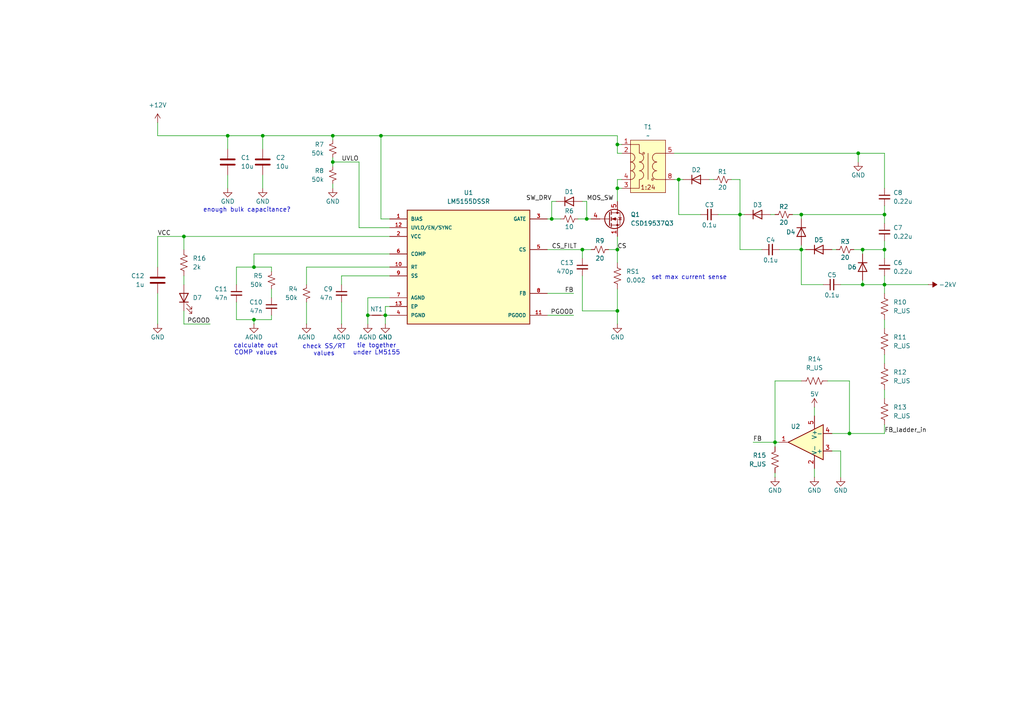
<source format=kicad_sch>
(kicad_sch (version 20250114) (generator "eeschema") (generator_version "9.0")
  (paper "A4")
  (lib_symbols
    (symbol "Amplifier_Operational:TLV2371DBV" (pin_names (offset 0.127))
      (property "Reference" "U2" (at -5.6581 10.16 0))
      (property "Value" "TLV314QDBVR" (at -5.6581 7.62 0))
      (symbol "TLV2371DBV_0_1"
        (polyline (pts (xy -5.08 5.08) (xy 5.08 0) (xy -5.08 -5.08) (xy -5.08 5.08)) (stroke (width 0.254)) (fill (type background)))
        (pin power_in line (at -2.54 7.62 270) (length 3.81) (name "V+") (number "5"))
        (pin power_in line (at -2.54 -7.62 90) (length 3.81) (name "V-") (number "2"))
      )
      (symbol "TLV2371DBV_1_1"
        (pin input line (at -7.62 2.54 0) (length 2.54) (name "-") (number "4"))
        (pin input line (at -7.62 -2.54 0) (length 2.54) (name "+") (number "3"))
        (pin output line (at 7.62 0 180) (length 2.54) (name "~") (number "1"))
      )
    )
    (symbol "Device:C" (pin_numbers (hide yes)) (pin_names (offset 0.254))
      (property "Reference" "C" (at 0.635 2.54 0))
      (property "Value" "C" (at 0.635 -2.54 0))
      (symbol "C_0_1"
        (polyline (pts (xy -2.032 0.762) (xy 2.032 0.762)) (stroke (width 0.508)))
        (polyline (pts (xy -2.032 -0.762) (xy 2.032 -0.762)) (stroke (width 0.508)))
      )
      (symbol "C_1_1"
        (pin passive line (at 0 3.81 270) (length 2.794) (name "~") (number "1"))
        (pin passive line (at 0 -3.81 90) (length 2.794) (name "~") (number "2"))
      )
    )
    (symbol "Device:C_Small" (pin_numbers (hide yes)) (pin_names (offset 0.254) (hide yes))
      (property "Reference" "C" (at 0.254 1.778 0))
      (property "Value" "C_Small" (at 0.254 -2.032 0))
      (symbol "C_Small_0_1"
        (polyline (pts (xy -1.524 0.508) (xy 1.524 0.508)) (stroke (width 0.3048)))
        (polyline (pts (xy -1.524 -0.508) (xy 1.524 -0.508)) (stroke (width 0.3302)))
      )
      (symbol "C_Small_1_1"
        (pin passive line (at 0 2.54 270) (length 2.032) (name "~") (number "1"))
        (pin passive line (at 0 -2.54 90) (length 2.032) (name "~") (number "2"))
      )
    )
    (symbol "Device:D" (pin_numbers (hide yes)) (pin_names (offset 1.016) (hide yes))
      (property "Reference" "D" (at 0 2.54 0))
      (property "Value" "D" (at 0 -2.54 0))
      (symbol "D_0_1"
        (polyline (pts (xy -1.27 1.27) (xy -1.27 -1.27)) (stroke (width 0.254)))
        (polyline (pts (xy 1.27 1.27) (xy 1.27 -1.27) (xy -1.27 0) (xy 1.27 1.27)) (stroke (width 0.254)))
        (polyline (pts (xy 1.27 0) (xy -1.27 0)))
      )
      (symbol "D_1_1"
        (pin passive line (at -3.81 0 0) (length 2.54) (name "K") (number "1"))
        (pin passive line (at 3.81 0 180) (length 2.54) (name "A") (number "2"))
      )
    )
    (symbol "Device:LED" (pin_numbers (hide yes)) (pin_names (offset 1.016) (hide yes))
      (property "Reference" "D" (at 0 2.54 0))
      (property "Value" "LED" (at 0 -2.54 0))
      (symbol "LED_0_1"
        (polyline (pts (xy -3.048 -0.762) (xy -4.572 -2.286) (xy -3.81 -2.286) (xy -4.572 -2.286) (xy -4.572 -1.524)))
        (polyline (pts (xy -1.778 -0.762) (xy -3.302 -2.286) (xy -2.54 -2.286) (xy -3.302 -2.286) (xy -3.302 -1.524)))
        (polyline (pts (xy -1.27 0) (xy 1.27 0)))
        (polyline (pts (xy -1.27 -1.27) (xy -1.27 1.27)) (stroke (width 0.254)))
        (polyline (pts (xy 1.27 -1.27) (xy 1.27 1.27) (xy -1.27 0) (xy 1.27 -1.27)) (stroke (width 0.254)))
      )
      (symbol "LED_1_1"
        (pin passive line (at -3.81 0 0) (length 2.54) (name "K") (number "1"))
        (pin passive line (at 3.81 0 180) (length 2.54) (name "A") (number "2"))
      )
    )
    (symbol "Device:NetTie_2" (pin_numbers (hide yes)) (pin_names (offset 0) (hide yes)) (in_bom no)
      (property "Reference" "NT" (at 0 1.27 0))
      (property "Value" "NetTie_2" (at 0 -1.27 0))
      (symbol "NetTie_2_0_1"
        (polyline (pts (xy -1.27 0) (xy 1.27 0)) (stroke (width 0.254)))
      )
      (symbol "NetTie_2_1_1"
        (pin passive line (at -2.54 0 0) (length 2.54) (name "1") (number "1"))
        (pin passive line (at 2.54 0 180) (length 2.54) (name "2") (number "2"))
      )
    )
    (symbol "Device:R_Small_US" (pin_numbers (hide yes)) (pin_names (offset 0.254) (hide yes))
      (property "Reference" "R" (at 0.762 0.508 0))
      (property "Value" "R_Small_US" (at 0.762 -1.016 0))
      (symbol "R_Small_US_1_1"
        (polyline (pts (xy 0 1.524) (xy 1.016 1.143) (xy 0 0.762) (xy -1.016 0.381) (xy 0 0)))
        (polyline (pts (xy 0 0) (xy 1.016 -0.381) (xy 0 -0.762) (xy -1.016 -1.143) (xy 0 -1.524)))
        (pin passive line (at 0 2.54 270) (length 1.016) (name "~") (number "1"))
        (pin passive line (at 0 -2.54 90) (length 1.016) (name "~") (number "2"))
      )
    )
    (symbol "Device:R_US" (pin_numbers (hide yes)) (pin_names (offset 0))
      (property "Reference" "R" (at 2.54 0 90))
      (property "Value" "R_US" (at -2.54 0 90))
      (symbol "R_US_0_1"
        (polyline (pts (xy 0 2.286) (xy 0 2.54)))
        (polyline (pts (xy 0 2.286) (xy 1.016 1.905) (xy 0 1.524) (xy -1.016 1.143) (xy 0 0.762)))
        (polyline (pts (xy 0 0.762) (xy 1.016 0.381) (xy 0 0) (xy -1.016 -0.381) (xy 0 -0.762)))
        (polyline (pts (xy 0 -0.762) (xy 1.016 -1.143) (xy 0 -1.524) (xy -1.016 -1.905) (xy 0 -2.286)))
        (polyline (pts (xy 0 -2.286) (xy 0 -2.54)))
      )
      (symbol "R_US_1_1"
        (pin passive line (at 0 3.81 270) (length 1.27) (name "~") (number "1"))
        (pin passive line (at 0 -3.81 90) (length 1.27) (name "~") (number "2"))
      )
    )
    (symbol "LM5155DSSR:LM5155DSSR" (pin_names (offset 1.016))
      (property "Reference" "U1" (at 0 20.32 0))
      (property "Value" "LM5155DSSR" (at 0 17.78 0))
      (symbol "LM5155DSSR_0_0"
        (rectangle (start -17.78 15.24) (end 17.78 -17.78) (stroke (width 0.254)) (fill (type background)))
        (pin power_in line (at -22.86 12.7 0) (length 5.08) (name "BIAS") (number "1"))
        (pin input line (at -22.86 10.16 0) (length 5.08) (name "UVLO/EN/SYNC") (number "12"))
        (pin power_in line (at -22.86 7.62 0) (length 5.08) (name "VCC") (number "2"))
        (pin output line (at -22.86 2.54 0) (length 5.08) (name "COMP") (number "6"))
        (pin input line (at -22.86 -1.27 0) (length 5.08) (name "RT") (number "10"))
        (pin input line (at -22.86 -3.81 0) (length 5.08) (name "SS") (number "9"))
        (pin power_in line (at -22.86 -10.16 0) (length 5.08) (name "AGND") (number "7"))
        (pin power_in line (at -22.86 -12.7 0) (length 5.08) (name "EP") (number "13"))
        (pin power_in line (at -22.86 -15.24 0) (length 5.08) (name "PGND") (number "4"))
        (pin output line (at 22.86 12.7 180) (length 5.08) (name "GATE") (number "3"))
        (pin input line (at 22.86 3.81 180) (length 5.08) (name "CS") (number "5"))
        (pin input line (at 22.86 -8.89 180) (length 5.08) (name "FB") (number "8"))
        (pin output line (at 22.86 -15.24 180) (length 5.08) (name "PGOOD") (number "11"))
      )
    )
    (symbol "Transistor_FET:CSD19537Q3" (pin_names (hide yes))
      (property "Reference" "Q" (at 5.08 1.905 0))
      (property "Value" "CSD19537Q3" (at 5.08 0 0))
      (symbol "CSD19537Q3_0_1"
        (polyline (pts (xy 0.254 1.905) (xy 0.254 -1.905)) (stroke (width 0.254)))
        (polyline (pts (xy 0.254 0) (xy -2.54 0)))
        (polyline (pts (xy 0.762 2.286) (xy 0.762 1.27)) (stroke (width 0.254)))
        (polyline (pts (xy 0.762 0.508) (xy 0.762 -0.508)) (stroke (width 0.254)))
        (polyline (pts (xy 0.762 -1.27) (xy 0.762 -2.286)) (stroke (width 0.254)))
        (polyline (pts (xy 0.762 -1.778) (xy 3.302 -1.778) (xy 3.302 1.778) (xy 0.762 1.778)))
        (polyline (pts (xy 1.016 0) (xy 2.032 0.381) (xy 2.032 -0.381) (xy 1.016 0)) (fill (type outline)))
        (circle (center 1.651 0) (radius 2.794) (stroke (width 0.254)))
        (polyline (pts (xy 2.54 2.54) (xy 2.54 1.778)))
        (circle (center 2.54 1.778) (radius 0.254) (fill (type outline)))
        (circle (center 2.54 -1.778) (radius 0.254) (fill (type outline)))
        (polyline (pts (xy 2.54 -2.54) (xy 2.54 0) (xy 0.762 0)))
        (polyline (pts (xy 2.794 0.508) (xy 2.921 0.381) (xy 3.683 0.381) (xy 3.81 0.254)))
        (polyline (pts (xy 3.302 0.381) (xy 2.921 -0.254) (xy 3.683 -0.254) (xy 3.302 0.381)))
      )
      (symbol "CSD19537Q3_1_1"
        (pin passive line (at -5.08 0 0) (length 2.54) (name "G") (number "4"))
        (pin passive line (at 2.54 5.08 270) (length 2.54) (name "D") (number "5"))
        (pin passive line (at 2.54 -5.08 90) (length 2.54) (name "S") (number "1"))
        (pin passive line (at 2.54 -5.08 90) (length 2.54) (hide yes) (name "S") (number "2"))
        (pin passive line (at 2.54 -5.08 90) (length 2.54) (hide yes) (name "S") (number "3"))
      )
    )
    (symbol "coilcraft:NA5920-AL"
      (property "Reference" "T" (at -4.064 8.636 0))
      (symbol "NA5920-AL_0_1"
        (arc (start -3.8099 2.5399) (mid -4.1819 1.6419) (end -5.0799 1.2699))
        (arc (start -5.0799 3.8099) (mid -4.1819 3.4379) (end -3.8099 2.5399))
        (arc (start -3.8098 -0.0002) (mid -4.1818 -0.8982) (end -5.0798 -1.2702))
        (arc (start -5.0798 1.2698) (mid -4.1818 0.8978) (end -3.8098 -0.0002))
        (arc (start -3.8098 -2.5402) (mid -4.1818 -3.4382) (end -5.0798 -3.8102))
        (arc (start -5.0798 -1.2702) (mid -4.1818 -1.6422) (end -3.8098 -2.5402))
        (arc (start -1.27 2.54) (mid -1.642 1.642) (end -2.54 1.27))
        (arc (start -2.54 3.81) (mid -1.642 3.438) (end -1.27 2.54))
        (polyline (pts (xy -2.54 3.81) (xy -2.54 6.35) (xy -5.08 6.35)))
        (arc (start -1.2699 -0.0001) (mid -1.6419 -0.8981) (end -2.5399 -1.2701))
        (arc (start -2.5399 1.2699) (mid -1.6419 0.8979) (end -1.2699 -0.0001))
        (arc (start -1.2699 -2.5401) (mid -1.6419 -3.4381) (end -2.5399 -3.8101))
        (arc (start -2.5399 -1.2701) (mid -1.6419 -1.6421) (end -1.2699 -2.5401))
        (polyline (pts (xy -2.54 -3.81) (xy -2.54 -6.35) (xy -5.08 -6.35)))
        (circle (center -1.27 3.81) (radius 0.254))
        (polyline (pts (xy 0 3.81) (xy 0 -3.81)))
        (circle (center 1.27 -3.81) (radius 0.254))
        (polyline (pts (xy 2.54 3.81) (xy 5.08 3.81)))
        (arc (start 1.2698 2.5402) (mid 1.6418 3.4382) (end 2.5398 3.8102))
        (arc (start 2.5398 1.2702) (mid 1.6418 1.6422) (end 1.2698 2.5402))
        (arc (start 1.2698 0.0002) (mid 1.6418 0.8982) (end 2.5398 1.2702))
        (arc (start 2.5398 -1.2698) (mid 1.6418 -0.8978) (end 1.2698 0.0002))
        (arc (start 1.2699 -2.5399) (mid 1.6419 -1.6419) (end 2.5399 -1.2699))
        (arc (start 2.5399 -3.8099) (mid 1.6419 -3.4379) (end 1.2699 -2.5399))
        (polyline (pts (xy 2.54 -3.81) (xy 5.08 -3.81)))
      )
      (symbol "NA5920-AL_1_1"
        (rectangle (start -5.08 7.62) (end 5.08 -7.62) (fill (type background)))
        (text "1:24" (at 0 -6.096 0) (effects (font (size 1.27 1.27))))
        (pin passive line (at -7.62 6.35 0) (length 2.54) (name "") (number "1"))
        (pin passive line (at -7.62 3.81 0) (length 2.54) (name "") (number "2"))
        (pin passive line (at -7.62 -3.81 0) (length 2.54) (name "") (number "4"))
        (pin passive line (at -7.62 -6.35 0) (length 2.54) (name "") (number "3"))
        (pin passive line (at 7.62 3.81 180) (length 2.54) (name "") (number "5"))
        (pin passive line (at 7.62 -3.81 180) (length 2.54) (name "") (number "8"))
      )
    )
    (symbol "power:+12V" (power) (pin_numbers (hide yes)) (pin_names (offset 0) (hide yes))
      (property "Value" "+12V" (at 0 3.556 0))
      (symbol "+12V_0_1"
        (polyline (pts (xy -0.762 1.27) (xy 0 2.54)))
        (polyline (pts (xy 0 2.54) (xy 0.762 1.27)))
        (polyline (pts (xy 0 0) (xy 0 2.54)))
      )
      (symbol "+12V_1_1"
        (pin power_in line (at 0 0 90) (length 0) (name "~") (number "1"))
      )
    )
    (symbol "power:-48V" (power) (pin_numbers (hide yes)) (pin_names (offset 0) (hide yes))
      (property "Value" "-48V" (at 0 3.556 0))
      (symbol "-48V_0_0"
        (pin power_in line (at 0 0 90) (length 0) (name "~") (number "1"))
      )
      (symbol "-48V_0_1"
        (polyline (pts (xy 0 0) (xy 0 1.27) (xy 0.762 1.27) (xy 0 2.54) (xy -0.762 1.27) (xy 0 1.27)) (fill (type outline)))
      )
    )
    (symbol "power:GND" (power) (pin_numbers (hide yes)) (pin_names (offset 0) (hide yes))
      (property "Value" "GND" (at 0 -3.81 0))
      (symbol "GND_0_1"
        (polyline (pts (xy 0 0) (xy 0 -1.27) (xy 1.27 -1.27) (xy 0 -2.54) (xy -1.27 -1.27) (xy 0 -1.27)))
      )
      (symbol "GND_1_1"
        (pin power_in line (at 0 0 270) (length 0) (name "~") (number "1"))
      )
    )
    (symbol "power:GNDA" (power) (pin_numbers (hide yes)) (pin_names (offset 0) (hide yes))
      (property "Value" "GNDA" (at 0 -3.81 0))
      (symbol "GNDA_0_1"
        (polyline (pts (xy 0 0) (xy 0 -1.27) (xy 1.27 -1.27) (xy 0 -2.54) (xy -1.27 -1.27) (xy 0 -1.27)))
      )
      (symbol "GNDA_1_1"
        (pin power_in line (at 0 0 270) (length 0) (name "~") (number "1"))
      )
    )
    (symbol "power:VCC" (power) (pin_numbers (hide yes)) (pin_names (offset 0) (hide yes))
      (property "Value" "VCC" (at 0 3.556 0))
      (symbol "VCC_0_1"
        (polyline (pts (xy -0.762 1.27) (xy 0 2.54)))
        (polyline (pts (xy 0 2.54) (xy 0.762 1.27)))
        (polyline (pts (xy 0 0) (xy 0 2.54)))
      )
      (symbol "VCC_1_1"
        (pin power_in line (at 0 0 90) (length 0) (name "~") (number "1"))
      )
    )
  )
  (text "check SS/RT\nvalues" (at 93.98 101.6 0) (effects (font (size 1.27 1.27))))
  (text "calculate out\nCOMP values" (at 74.168 101.346 0) (effects (font (size 1.27 1.27))))
  (text "enough bulk capacitance?" (at 71.628 60.96 0) (effects (font (size 1.27 1.27))))
  (text "set max current sense" (at 199.898 80.518 0) (effects (font (size 1.27 1.27))))
  (text "tie together\nunder LM5155" (at 109.22 101.346 0) (effects (font (size 1.27 1.27))))
  (junction (at 96.52 46.99))
  (junction (at 246.38 125.73))
  (junction (at 179.07 41.91))
  (junction (at 110.49 39.37))
  (junction (at 170.18 63.5))
  (junction (at 73.66 92.71))
  (junction (at 196.85 52.07))
  (junction (at 214.63 62.23))
  (junction (at 73.66 77.47))
  (junction (at 256.54 72.39))
  (junction (at 76.2 39.37))
  (junction (at 160.02 63.5))
  (junction (at 224.79 128.27))
  (junction (at 53.34 68.58))
  (junction (at 96.52 39.37))
  (junction (at 256.54 62.23))
  (junction (at 256.54 82.55))
  (junction (at 179.07 72.39))
  (junction (at 168.91 72.39))
  (junction (at 179.07 54.61))
  (junction (at 106.68 91.44))
  (junction (at 250.19 72.39))
  (junction (at 66.04 39.37))
  (junction (at 179.07 90.17))
  (junction (at 232.41 72.39))
  (junction (at 111.76 91.44))
  (junction (at 248.92 44.45))
  (junction (at 232.41 62.23))
  (junction (at 250.19 82.55))
  (wire (pts (xy 180.34 54.61) (xy 179.07 54.61)))
  (wire (pts (xy 96.52 39.37) (xy 110.49 39.37)))
  (wire (pts (xy 224.79 128.27) (xy 224.79 129.54)))
  (wire (pts (xy 66.04 50.8) (xy 66.04 54.61)))
  (wire (pts (xy 66.04 39.37) (xy 76.2 39.37)))
  (wire (pts (xy 73.66 92.71) (xy 78.74 92.71)))
  (wire (pts (xy 224.79 128.27) (xy 226.06 128.27)))
  (wire (pts (xy 170.18 63.5) (xy 171.45 63.5)))
  (wire (pts (xy 179.07 68.58) (xy 179.07 72.39)))
  (wire (pts (xy 45.72 39.37) (xy 66.04 39.37)))
  (wire (pts (xy 214.63 62.23) (xy 214.63 72.39)))
  (wire (pts (xy 104.14 46.99) (xy 104.14 66.04)))
  (wire (pts (xy 232.41 62.23) (xy 232.41 63.5)))
  (wire (pts (xy 179.07 39.37) (xy 179.07 41.91)))
  (wire (pts (xy 179.07 72.39) (xy 179.07 76.2)))
  (wire (pts (xy 248.92 44.45) (xy 256.54 44.45)))
  (wire (pts (xy 99.06 87.63) (xy 99.06 93.98)))
  (wire (pts (xy 68.58 92.71) (xy 73.66 92.71)))
  (wire (pts (xy 106.68 86.36) (xy 106.68 91.44)))
  (wire (pts (xy 208.28 62.23) (xy 214.63 62.23)))
  (wire (pts (xy 168.91 72.39) (xy 168.91 74.93)))
  (wire (pts (xy 96.52 53.34) (xy 96.52 54.61)))
  (wire (pts (xy 179.07 54.61) (xy 179.07 58.42)))
  (wire (pts (xy 78.74 83.82) (xy 78.74 86.36)))
  (wire (pts (xy 179.07 44.45) (xy 180.34 44.45)))
  (wire (pts (xy 214.63 72.39) (xy 220.98 72.39)))
  (wire (pts (xy 195.58 52.07) (xy 196.85 52.07)))
  (wire (pts (xy 214.63 52.07) (xy 214.63 62.23)))
  (wire (pts (xy 168.91 72.39) (xy 171.45 72.39)))
  (wire (pts (xy 88.9 77.47) (xy 88.9 82.55)))
  (wire (pts (xy 176.53 72.39) (xy 179.07 72.39)))
  (wire (pts (xy 66.04 39.37) (xy 66.04 43.18)))
  (wire (pts (xy 232.41 72.39) (xy 232.41 71.12)))
  (wire (pts (xy 179.07 83.82) (xy 179.07 90.17)))
  (wire (pts (xy 232.41 82.55) (xy 238.76 82.55)))
  (wire (pts (xy 158.75 63.5) (xy 160.02 63.5)))
  (wire (pts (xy 232.41 110.49) (xy 224.79 110.49)))
  (wire (pts (xy 113.03 80.01) (xy 99.06 80.01)))
  (wire (pts (xy 212.09 52.07) (xy 214.63 52.07)))
  (wire (pts (xy 68.58 82.55) (xy 68.58 77.47)))
  (wire (pts (xy 232.41 62.23) (xy 256.54 62.23)))
  (wire (pts (xy 256.54 62.23) (xy 256.54 64.77)))
  (wire (pts (xy 96.52 39.37) (xy 96.52 40.64)))
  (wire (pts (xy 243.84 82.55) (xy 250.19 82.55)))
  (wire (pts (xy 226.06 72.39) (xy 232.41 72.39)))
  (wire (pts (xy 113.03 86.36) (xy 106.68 86.36)))
  (wire (pts (xy 240.03 110.49) (xy 246.38 110.49)))
  (wire (pts (xy 106.68 91.44) (xy 106.68 93.98)))
  (wire (pts (xy 256.54 92.71) (xy 256.54 95.25)))
  (wire (pts (xy 45.72 68.58) (xy 53.34 68.58)))
  (wire (pts (xy 158.75 85.09) (xy 166.37 85.09)))
  (wire (pts (xy 246.38 125.73) (xy 256.54 125.73)))
  (wire (pts (xy 256.54 113.03) (xy 256.54 115.57)))
  (wire (pts (xy 110.49 39.37) (xy 110.49 63.5)))
  (wire (pts (xy 53.34 68.58) (xy 53.34 72.39)))
  (wire (pts (xy 224.79 137.16) (xy 224.79 138.43)))
  (wire (pts (xy 256.54 102.87) (xy 256.54 105.41)))
  (wire (pts (xy 256.54 72.39) (xy 256.54 74.93)))
  (wire (pts (xy 96.52 46.99) (xy 96.52 48.26)))
  (wire (pts (xy 196.85 52.07) (xy 196.85 62.23)))
  (wire (pts (xy 232.41 72.39) (xy 232.41 82.55)))
  (wire (pts (xy 236.22 118.11) (xy 236.22 120.65)))
  (wire (pts (xy 179.07 54.61) (xy 179.07 52.07)))
  (wire (pts (xy 250.19 82.55) (xy 256.54 82.55)))
  (wire (pts (xy 229.87 62.23) (xy 232.41 62.23)))
  (wire (pts (xy 158.75 72.39) (xy 168.91 72.39)))
  (wire (pts (xy 250.19 72.39) (xy 256.54 72.39)))
  (wire (pts (xy 195.58 44.45) (xy 248.92 44.45)))
  (wire (pts (xy 88.9 87.63) (xy 88.9 93.98)))
  (wire (pts (xy 73.66 92.71) (xy 73.66 93.98)))
  (wire (pts (xy 179.07 90.17) (xy 179.07 93.98)))
  (wire (pts (xy 110.49 39.37) (xy 179.07 39.37)))
  (wire (pts (xy 269.24 82.55) (xy 256.54 82.55)))
  (wire (pts (xy 256.54 80.01) (xy 256.54 82.55)))
  (wire (pts (xy 214.63 62.23) (xy 215.9 62.23)))
  (wire (pts (xy 256.54 125.73) (xy 256.54 123.19)))
  (wire (pts (xy 160.02 63.5) (xy 162.56 63.5)))
  (wire (pts (xy 110.49 63.5) (xy 113.03 63.5)))
  (wire (pts (xy 113.03 88.9) (xy 111.76 88.9)))
  (wire (pts (xy 158.75 91.44) (xy 166.37 91.44)))
  (wire (pts (xy 168.91 80.01) (xy 168.91 90.17)))
  (wire (pts (xy 168.91 58.42) (xy 170.18 58.42)))
  (wire (pts (xy 179.07 41.91) (xy 180.34 41.91)))
  (wire (pts (xy 96.52 46.99) (xy 104.14 46.99)))
  (wire (pts (xy 248.92 44.45) (xy 248.92 46.99)))
  (wire (pts (xy 243.84 130.81) (xy 243.84 138.43)))
  (wire (pts (xy 247.65 72.39) (xy 250.19 72.39)))
  (wire (pts (xy 68.58 87.63) (xy 68.58 92.71)))
  (wire (pts (xy 232.41 72.39) (xy 233.68 72.39)))
  (wire (pts (xy 76.2 39.37) (xy 76.2 43.18)))
  (wire (pts (xy 53.34 68.58) (xy 113.03 68.58)))
  (wire (pts (xy 256.54 44.45) (xy 256.54 54.61)))
  (wire (pts (xy 111.76 91.44) (xy 111.76 93.98)))
  (wire (pts (xy 168.91 90.17) (xy 179.07 90.17)))
  (wire (pts (xy 224.79 110.49) (xy 224.79 128.27)))
  (wire (pts (xy 170.18 58.42) (xy 170.18 63.5)))
  (wire (pts (xy 53.34 80.01) (xy 53.34 82.55)))
  (wire (pts (xy 179.07 41.91) (xy 179.07 44.45)))
  (wire (pts (xy 256.54 82.55) (xy 256.54 85.09)))
  (wire (pts (xy 256.54 59.69) (xy 256.54 62.23)))
  (wire (pts (xy 223.52 62.23) (xy 224.79 62.23)))
  (wire (pts (xy 73.66 77.47) (xy 78.74 77.47)))
  (wire (pts (xy 241.3 130.81) (xy 243.84 130.81)))
  (wire (pts (xy 161.29 58.42) (xy 160.02 58.42)))
  (wire (pts (xy 241.3 72.39) (xy 242.57 72.39)))
  (wire (pts (xy 78.74 77.47) (xy 78.74 78.74)))
  (wire (pts (xy 76.2 39.37) (xy 96.52 39.37)))
  (wire (pts (xy 179.07 52.07) (xy 180.34 52.07)))
  (wire (pts (xy 196.85 62.23) (xy 203.2 62.23)))
  (wire (pts (xy 99.06 80.01) (xy 99.06 82.55)))
  (wire (pts (xy 96.52 45.72) (xy 96.52 46.99)))
  (wire (pts (xy 78.74 91.44) (xy 78.74 92.71)))
  (wire (pts (xy 250.19 82.55) (xy 250.19 81.28)))
  (wire (pts (xy 53.34 90.17) (xy 53.34 93.98)))
  (wire (pts (xy 256.54 69.85) (xy 256.54 72.39)))
  (wire (pts (xy 104.14 66.04) (xy 113.03 66.04)))
  (wire (pts (xy 45.72 35.56) (xy 45.72 39.37)))
  (wire (pts (xy 113.03 73.66) (xy 73.66 73.66)))
  (wire (pts (xy 53.34 93.98) (xy 60.96 93.98)))
  (wire (pts (xy 196.85 52.07) (xy 198.12 52.07)))
  (wire (pts (xy 167.64 63.5) (xy 170.18 63.5)))
  (wire (pts (xy 68.58 77.47) (xy 73.66 77.47)))
  (wire (pts (xy 246.38 110.49) (xy 246.38 125.73)))
  (wire (pts (xy 73.66 73.66) (xy 73.66 77.47)))
  (wire (pts (xy 45.72 85.09) (xy 45.72 93.98)))
  (wire (pts (xy 205.74 52.07) (xy 207.01 52.07)))
  (wire (pts (xy 76.2 50.8) (xy 76.2 54.61)))
  (wire (pts (xy 45.72 77.47) (xy 45.72 68.58)))
  (wire (pts (xy 236.22 135.89) (xy 236.22 138.43)))
  (wire (pts (xy 160.02 58.42) (xy 160.02 63.5)))
  (wire (pts (xy 113.03 77.47) (xy 88.9 77.47)))
  (wire (pts (xy 250.19 72.39) (xy 250.19 73.66)))
  (wire (pts (xy 241.3 125.73) (xy 246.38 125.73)))
  (wire (pts (xy 218.44 128.27) (xy 224.79 128.27)))
  (wire (pts (xy 113.03 91.44) (xy 111.76 91.44)))
  (wire (pts (xy 111.76 88.9) (xy 111.76 91.44)))
  (label "SW_DRV" (at 160.02 58.42 180))
  (label "FB" (at 166.37 85.09 180))
  (label "FB" (at 218.44 128.27 0))
  (label "MOS_SW" (at 170.18 58.42 0))
  (label "VCC" (at 45.72 68.58 0))
  (label "FB_ladder_in" (at 256.54 125.73 0))
  (label "PGOOD" (at 166.37 91.44 180))
  (label "PGOOD" (at 60.96 93.98 180))
  (label "CS_FILT" (at 160.02 72.39 0))
  (label "CS" (at 179.07 72.39 0))
  (label "UVLO" (at 99.06 46.99 0))
  (symbol (lib_id "power:GND") (at 45.72 93.98 0) (unit 1)
    (property "Reference" "#PWR011" (effects (hide yes)))
    (property "Value" "GND" (at 45.72 97.79 0))
    (property "Description" "Power symbol creates a global label with name \"GND\" , ground" (effects (hide yes)))
  )
  (symbol (lib_id "Device:C_Small") (at 256.54 57.15 0) (unit 1)
    (property "Reference" "C8" (at 259.08 55.8862 0) (effects (justify left)))
    (property "Value" "0.22u" (at 259.08 58.4262 0) (effects (justify left)))
    (property "Description" "Unpolarized capacitor, small symbol" (effects (hide yes)))
  )
  (symbol (lib_id "power:GND") (at 248.92 46.99 0) (unit 1)
    (property "Reference" "#PWR01" (effects (hide yes)))
    (property "Value" "GND" (at 248.92 50.8 0))
    (property "Description" "Power symbol creates a global label with name \"GND\" , ground" (effects (hide yes)))
  )
  (symbol (lib_id "Device:C") (at 76.2 46.99 0) (unit 1)
    (property "Reference" "C2" (at 80.01 45.7199 0) (effects (justify left)))
    (property "Value" "10u" (at 80.01 48.2599 0) (effects (justify left)))
    (property "Description" "Unpolarized capacitor" (effects (hide yes)))
  )
  (symbol (lib_id "Device:R_US") (at 236.22 110.49 90) (unit 1)
    (property "Reference" "R14" (at 236.22 104.14 90))
    (property "Value" "R_US" (at 236.22 106.68 90))
    (property "Description" "Resistor, US symbol" (effects (hide yes)))
  )
  (symbol (lib_id "power:-48V") (at 269.24 82.55 270) (unit 1)
    (property "Reference" "#PWR02" (effects (hide yes)))
    (property "Value" "-2kV" (at 274.828 82.55 90))
    (property "Description" "Power symbol creates a global label with name \"-48V\"" (effects (hide yes)))
  )
  (symbol (lib_id "power:GND") (at 76.2 54.61 0) (unit 1)
    (property "Reference" "#PWR05" (effects (hide yes)))
    (property "Value" "GND" (at 76.2 58.42 0))
    (property "Description" "Power symbol creates a global label with name \"GND\" , ground" (effects (hide yes)))
  )
  (symbol (lib_id "Device:R_US") (at 224.79 133.35 0) (mirror y) (unit 1)
    (property "Reference" "R15" (at 222.25 132.0799 0) (effects (justify left)))
    (property "Value" "R_US" (at 222.25 134.6199 0) (effects (justify left)))
    (property "Description" "Resistor, US symbol" (effects (hide yes)))
  )
  (symbol (lib_id "power:GND") (at 243.84 138.43 0) (unit 1)
    (property "Reference" "#PWR015" (effects (hide yes)))
    (property "Value" "GND" (at 243.84 142.24 0))
    (property "Description" "Power symbol creates a global label with name \"GND\" , ground" (effects (hide yes)))
  )
  (symbol (lib_id "power:GND") (at 236.22 138.43 0) (unit 1)
    (property "Reference" "#PWR014" (effects (hide yes)))
    (property "Value" "GND" (at 236.22 142.24 0))
    (property "Description" "Power symbol creates a global label with name \"GND\" , ground" (effects (hide yes)))
  )
  (symbol (lib_id "Device:R_Small_US") (at 245.11 72.39 90) (unit 1)
    (property "Reference" "R3" (at 245.11 70.104 90))
    (property "Value" "20" (at 245.11 74.676 90))
    (property "Description" "Resistor, small US symbol" (effects (hide yes)))
  )
  (symbol (lib_id "power:GND") (at 224.79 138.43 0) (unit 1)
    (property "Reference" "#PWR017" (effects (hide yes)))
    (property "Value" "GND" (at 224.79 142.24 0))
    (property "Description" "Power symbol creates a global label with name \"GND\" , ground" (effects (hide yes)))
  )
  (symbol (lib_id "power:GNDA") (at 88.9 93.98 0) (unit 1)
    (property "Reference" "#PWR08" (effects (hide yes)))
    (property "Value" "AGND" (at 88.9 97.79 0))
    (property "Description" "Power symbol creates a global label with name \"GNDA\" , analog ground" (effects (hide yes)))
  )
  (symbol (lib_id "Device:R_Small_US") (at 227.33 62.23 90) (unit 1)
    (property "Reference" "R2" (at 227.33 59.944 90))
    (property "Value" "20" (at 227.33 64.516 90))
    (property "Description" "Resistor, small US symbol" (effects (hide yes)))
  )
  (symbol (lib_id "Amplifier_Operational:TLV2371DBV") (at 233.68 128.27 0) (mirror y) (unit 1)
    (property "Reference" "U2" (at 229.362 123.698 0) (effects (justify right)))
    (property "Value" "TLV314QDBVR" (effects (hide yes)))
    (property "Footprint" "Package_TO_SOT_SMD:SOT-23-5" (effects (hide yes)))
    (property "Datasheet" "http://www.ti.com/lit/ds/symlink/tlv2375.pdf" (effects (hide yes)))
    (property "Description" "Rail-to-Rail Input/Output Operational Amplifier, SOT-23-5" (effects (hide yes)))
  )
  (symbol (lib_id "Device:C_Small") (at 223.52 72.39 90) (unit 1)
    (property "Reference" "C4" (at 223.52 69.596 90))
    (property "Value" "0.1u" (at 223.52 75.438 90))
    (property "Description" "Unpolarized capacitor, small symbol" (effects (hide yes)))
  )
  (symbol (lib_id "Device:D") (at 237.49 72.39 0) (mirror x) (unit 1)
    (property "Reference" "D5" (at 237.49 69.596 0))
    (property "Value" "D" (effects (hide yes)))
    (property "Description" "Diode" (effects (hide yes)))
    (property "Sim.Device" "D" (effects (hide yes)))
    (property "Sim.Pins" "1=K 2=A" (effects (hide yes)))
  )
  (symbol (lib_id "LM5155DSSR:LM5155DSSR") (at 135.89 76.2 0) (unit 1)
    (property "Reference" "U1" (at 135.89 55.88 0))
    (property "Value" "LM5155DSSR" (at 135.89 58.42 0))
    (property "Footprint" "LM5155DSSR:IC_LM5155DSSR" (effects (hide yes)))
    (property "MF" "Texas Instruments" (effects (hide yes)))
    (property "MAXIMUM_PACKAGE_HEIGHT" "0.8mm" (effects (hide yes)))
    (property "Package" "WSON-12 Texas Instruments" (effects (hide yes)))
    (property "Price" "None" (effects (hide yes)))
    (property "Check_prices" "https://www.snapeda.com/parts/LM5155DSSR/Texas+Instruments/view-part/?ref=eda" (effects (hide yes)))
    (property "STANDARD" "Manufacturer Recommendations" (effects (hide yes)))
    (property "PARTREV" "E" (effects (hide yes)))
    (property "SnapEDA_Link" "https://www.snapeda.com/parts/LM5155DSSR/Texas+Instruments/view-part/?ref=snap" (effects (hide yes)))
    (property "MP" "LM5155DSSR" (effects (hide yes)))
    (property "Description_1" "2.2-MHz wide VIN, 1.5-A MOSFET driver, non-synchronous boost controller" (effects (hide yes)))
    (property "Availability" "In Stock" (effects (hide yes)))
    (property "MANUFACTURER" "Texas Instruments" (effects (hide yes)))
  )
  (symbol (lib_id "Device:C_Small") (at 168.91 77.47 0) (mirror y) (unit 1)
    (property "Reference" "C13" (at 166.37 76.2062 0) (effects (justify left)))
    (property "Value" "470p" (at 166.37 78.7462 0) (effects (justify left)))
    (property "Description" "Unpolarized capacitor, small symbol" (effects (hide yes)))
  )
  (symbol (lib_id "Device:R_Small_US") (at 209.55 52.07 90) (unit 1)
    (property "Reference" "R1" (at 209.55 49.784 90))
    (property "Value" "20" (at 209.55 54.356 90))
    (property "Description" "Resistor, small US symbol" (effects (hide yes)))
  )
  (symbol (lib_id "Device:C") (at 66.04 46.99 0) (unit 1)
    (property "Reference" "C1" (at 69.85 45.7199 0) (effects (justify left)))
    (property "Value" "10u" (at 69.85 48.2599 0) (effects (justify left)))
    (property "Description" "Unpolarized capacitor" (effects (hide yes)))
  )
  (symbol (lib_id "Device:D") (at 201.93 52.07 0) (mirror x) (unit 1)
    (property "Reference" "D2" (at 201.93 49.276 0))
    (property "Value" "D" (effects (hide yes)))
    (property "Description" "Diode" (effects (hide yes)))
    (property "Sim.Device" "D" (effects (hide yes)))
    (property "Sim.Pins" "1=K 2=A" (effects (hide yes)))
  )
  (symbol (lib_id "Device:R_Small_US") (at 96.52 50.8 0) (mirror y) (unit 1)
    (property "Reference" "R8" (at 93.98 49.5299 0) (effects (justify left)))
    (property "Value" "50k" (at 93.98 52.0699 0) (effects (justify left)))
    (property "Description" "Resistor, small US symbol" (effects (hide yes)))
  )
  (symbol (lib_id "Device:D") (at 165.1 58.42 0) (mirror x) (unit 1)
    (property "Reference" "D1" (at 165.1 55.626 0))
    (property "Value" "D" (effects (hide yes)))
    (property "Description" "Diode" (effects (hide yes)))
    (property "Sim.Device" "D" (effects (hide yes)))
    (property "Sim.Pins" "1=K 2=A" (effects (hide yes)))
  )
  (symbol (lib_id "Device:R_US") (at 256.54 119.38 0) (unit 1)
    (property "Reference" "R13" (at 259.08 118.1099 0) (effects (justify left)))
    (property "Value" "R_US" (at 259.08 120.6499 0) (effects (justify left)))
    (property "Description" "Resistor, US symbol" (effects (hide yes)))
  )
  (symbol (lib_id "Device:R_Small_US") (at 78.74 81.28 0) (mirror y) (unit 1)
    (property "Reference" "R5" (at 76.2 80.0099 0) (effects (justify left)))
    (property "Value" "50k" (at 76.2 82.5499 0) (effects (justify left)))
    (property "Description" "Resistor, small US symbol" (effects (hide yes)))
  )
  (symbol (lib_id "Device:D") (at 232.41 67.31 90) (mirror x) (unit 1)
    (property "Reference" "D4" (at 229.362 67.31 90))
    (property "Value" "D" (effects (hide yes)))
    (property "Description" "Diode" (effects (hide yes)))
    (property "Sim.Device" "D" (effects (hide yes)))
    (property "Sim.Pins" "1=K 2=A" (effects (hide yes)))
  )
  (symbol (lib_id "Device:R_Small_US") (at 88.9 85.09 0) (mirror y) (unit 1)
    (property "Reference" "R4" (at 86.36 83.8199 0) (effects (justify left)))
    (property "Value" "50k" (at 86.36 86.3599 0) (effects (justify left)))
    (property "Description" "Resistor, small US symbol" (effects (hide yes)))
  )
  (symbol (lib_id "Device:LED") (at 53.34 86.36 90) (unit 1)
    (property "Reference" "D7" (at 55.88 86.36 90) (effects (justify right)))
    (property "Value" "LED" (effects (hide yes)))
    (property "Description" "Light emitting diode" (effects (hide yes)))
    (property "Sim.Pins" "1=K 2=A" (effects (hide yes)))
  )
  (symbol (lib_id "Device:C_Small") (at 205.74 62.23 90) (unit 1)
    (property "Reference" "C3" (at 205.74 59.436 90))
    (property "Value" "0.1u" (at 205.74 65.278 90))
    (property "Description" "Unpolarized capacitor, small symbol" (effects (hide yes)))
  )
  (symbol (lib_id "Device:C_Small") (at 68.58 85.09 0) (unit 1)
    (property "Reference" "C11" (at 66.04 83.8262 0) (effects (justify right)))
    (property "Value" "47n" (at 66.04 86.3662 0) (effects (justify right)))
    (property "Description" "Unpolarized capacitor, small symbol" (effects (hide yes)))
  )
  (symbol (lib_id "Device:R_Small_US") (at 165.1 63.5 90) (unit 1)
    (property "Reference" "R6" (at 165.1 61.214 90))
    (property "Value" "10" (at 165.1 65.786 90))
    (property "Description" "Resistor, small US symbol" (effects (hide yes)))
  )
  (symbol (lib_id "Transistor_FET:CSD19537Q3") (at 176.53 63.5 0) (unit 1)
    (property "Reference" "Q1" (at 182.88 62.2299 0) (effects (justify left)))
    (property "Value" "CSD19537Q3" (at 182.88 64.7699 0) (effects (justify left)))
    (property "Footprint" "Package_SON:VSON-8_3.3x3.3mm_P0.65mm_NexFET" (effects (hide yes)))
    (property "Datasheet" "http://www.ti.com/lit/ds/symlink/csd19537q3.pdf" (effects (hide yes)))
    (property "Description" "50A Id, 100V Vds, NexFET N-Channel Power MOSFET, 13mOhm Ron, Qg Typ 16.0nC, VSON8 3.3x3.3mm" (effects (hide yes)))
  )
  (symbol (lib_id "Device:R_US") (at 256.54 109.22 0) (unit 1)
    (property "Reference" "R12" (at 259.08 107.9499 0) (effects (justify left)))
    (property "Value" "R_US" (at 259.08 110.4899 0) (effects (justify left)))
    (property "Description" "Resistor, US symbol" (effects (hide yes)))
  )
  (symbol (lib_id "Device:R_US") (at 179.07 80.01 0) (unit 1)
    (property "Reference" "RS1" (at 181.61 78.7399 0) (effects (justify left)))
    (property "Value" "0.002" (at 181.61 81.2799 0) (effects (justify left)))
    (property "Description" "Resistor, US symbol" (effects (hide yes)))
  )
  (symbol (lib_id "power:GNDA") (at 106.68 93.98 0) (unit 1)
    (property "Reference" "#PWR09" (effects (hide yes)))
    (property "Value" "AGND" (at 106.68 97.79 0))
    (property "Description" "Power symbol creates a global label with name \"GNDA\" , analog ground" (effects (hide yes)))
  )
  (symbol (lib_id "Device:R_US") (at 53.34 76.2 0) (unit 1)
    (property "Reference" "R16" (at 55.88 74.9299 0) (effects (justify left)))
    (property "Value" "2k" (at 55.88 77.4699 0) (effects (justify left)))
    (property "Description" "Resistor, US symbol" (effects (hide yes)))
  )
  (symbol (lib_id "Device:C_Small") (at 256.54 67.31 0) (unit 1)
    (property "Reference" "C7" (at 259.08 66.0462 0) (effects (justify left)))
    (property "Value" "0.22u" (at 259.08 68.5862 0) (effects (justify left)))
    (property "Description" "Unpolarized capacitor, small symbol" (effects (hide yes)))
  )
  (symbol (lib_id "Device:R_Small_US") (at 96.52 43.18 0) (mirror y) (unit 1)
    (property "Reference" "R7" (at 93.98 41.9099 0) (effects (justify left)))
    (property "Value" "50k" (at 93.98 44.4499 0) (effects (justify left)))
    (property "Description" "Resistor, small US symbol" (effects (hide yes)))
  )
  (symbol (lib_id "coilcraft:NA5920-AL") (at 187.96 48.26 0) (unit 1)
    (property "Reference" "T1" (at 187.96 36.83 0))
    (property "Value" "~" (at 187.96 39.37 0))
  )
  (symbol (lib_id "power:GNDA") (at 99.06 93.98 0) (unit 1)
    (property "Reference" "#PWR07" (effects (hide yes)))
    (property "Value" "AGND" (at 99.06 97.79 0))
    (property "Description" "Power symbol creates a global label with name \"GNDA\" , analog ground" (effects (hide yes)))
  )
  (symbol (lib_id "power:GND") (at 66.04 54.61 0) (unit 1)
    (property "Reference" "#PWR04" (effects (hide yes)))
    (property "Value" "GND" (at 66.04 58.42 0))
    (property "Description" "Power symbol creates a global label with name \"GND\" , ground" (effects (hide yes)))
  )
  (symbol (lib_id "Device:C_Small") (at 241.3 82.55 90) (unit 1)
    (property "Reference" "C5" (at 241.3 79.756 90))
    (property "Value" "0.1u" (at 241.3 85.598 90))
    (property "Description" "Unpolarized capacitor, small symbol" (effects (hide yes)))
  )
  (symbol (lib_id "power:GND") (at 111.76 93.98 0) (unit 1)
    (property "Reference" "#PWR06" (effects (hide yes)))
    (property "Value" "GND" (at 111.76 97.79 0))
    (property "Description" "Power symbol creates a global label with name \"GND\" , ground" (effects (hide yes)))
  )
  (symbol (lib_id "Device:C_Small") (at 99.06 85.09 0) (unit 1)
    (property "Reference" "C9" (at 96.52 83.8262 0) (effects (justify right)))
    (property "Value" "47n" (at 96.52 86.3662 0) (effects (justify right)))
    (property "Description" "Unpolarized capacitor, small symbol" (effects (hide yes)))
  )
  (symbol (lib_id "Device:D") (at 250.19 77.47 90) (mirror x) (unit 1)
    (property "Reference" "D6" (at 247.142 77.47 90))
    (property "Value" "D" (effects (hide yes)))
    (property "Description" "Diode" (effects (hide yes)))
    (property "Sim.Device" "D" (effects (hide yes)))
    (property "Sim.Pins" "1=K 2=A" (effects (hide yes)))
  )
  (symbol (lib_id "Device:R_Small_US") (at 173.99 72.39 90) (unit 1)
    (property "Reference" "R9" (at 173.99 69.85 90))
    (property "Value" "20" (at 173.99 74.93 90))
    (property "Description" "Resistor, small US symbol" (effects (hide yes)))
  )
  (symbol (lib_id "Device:R_US") (at 256.54 88.9 0) (unit 1)
    (property "Reference" "R10" (at 259.08 87.6299 0) (effects (justify left)))
    (property "Value" "R_US" (at 259.08 90.1699 0) (effects (justify left)))
    (property "Description" "Resistor, US symbol" (effects (hide yes)))
  )
  (symbol (lib_id "Device:C_Small") (at 78.74 88.9 0) (unit 1)
    (property "Reference" "C10" (at 76.2 87.6362 0) (effects (justify right)))
    (property "Value" "47n" (at 76.2 90.1762 0) (effects (justify right)))
    (property "Description" "Unpolarized capacitor, small symbol" (effects (hide yes)))
  )
  (symbol (lib_id "Device:D") (at 219.71 62.23 0) (mirror x) (unit 1)
    (property "Reference" "D3" (at 219.71 59.436 0))
    (property "Value" "D" (effects (hide yes)))
    (property "Description" "Diode" (effects (hide yes)))
    (property "Sim.Device" "D" (effects (hide yes)))
    (property "Sim.Pins" "1=K 2=A" (effects (hide yes)))
  )
  (symbol (lib_id "Device:R_US") (at 256.54 99.06 0) (unit 1)
    (property "Reference" "R11" (at 259.08 97.7899 0) (effects (justify left)))
    (property "Value" "R_US" (at 259.08 100.3299 0) (effects (justify left)))
    (property "Description" "Resistor, US symbol" (effects (hide yes)))
  )
  (symbol (lib_id "power:+12V") (at 45.72 35.56 0) (unit 1)
    (property "Reference" "#PWR012" (effects (hide yes)))
    (property "Value" "+12V" (at 45.72 30.48 0))
    (property "Description" "Power symbol creates a global label with name \"+12V\"" (effects (hide yes)))
  )
  (symbol (lib_id "Device:NetTie_2") (at 109.22 91.44 0) (unit 1) (in_bom no)
    (property "Reference" "NT1" (at 109.22 89.662 0))
    (property "Value" "NetTie_2" (effects (hide yes)))
    (property "Description" "Net tie, 2 pins" (effects (hide yes)))
  )
  (symbol (lib_id "power:GND") (at 96.52 54.61 0) (unit 1)
    (property "Reference" "#PWR013" (effects (hide yes)))
    (property "Value" "GND" (at 96.52 58.42 0))
    (property "Description" "Power symbol creates a global label with name \"GND\" , ground" (effects (hide yes)))
  )
  (symbol (lib_id "Device:C_Small") (at 256.54 77.47 0) (unit 1)
    (property "Reference" "C6" (at 259.08 76.2062 0) (effects (justify left)))
    (property "Value" "0.22u" (at 259.08 78.7462 0) (effects (justify left)))
    (property "Description" "Unpolarized capacitor, small symbol" (effects (hide yes)))
  )
  (symbol (lib_id "power:GND") (at 179.07 93.98 0) (unit 1)
    (property "Reference" "#PWR03" (effects (hide yes)))
    (property "Value" "GND" (at 179.07 97.79 0))
    (property "Description" "Power symbol creates a global label with name \"GND\" , ground" (effects (hide yes)))
  )
  (symbol (lib_id "Device:C") (at 45.72 81.28 0) (mirror y) (unit 1)
    (property "Reference" "C12" (at 41.91 80.0099 0) (effects (justify left)))
    (property "Value" "1u" (at 41.91 82.5499 0) (effects (justify left)))
    (property "Description" "Unpolarized capacitor" (effects (hide yes)))
  )
  (symbol (lib_id "power:VCC") (at 236.22 118.11 0) (unit 1)
    (property "Reference" "#PWR016" (effects (hide yes)))
    (property "Value" "5V" (at 236.22 114.3 0))
    (property "Description" "Power symbol creates a global label with name \"VCC\"" (effects (hide yes)))
  )
  (symbol (lib_id "power:GNDA") (at 73.66 93.98 0) (unit 1)
    (property "Reference" "#PWR010" (effects (hide yes)))
    (property "Value" "AGND" (at 73.66 97.79 0))
    (property "Description" "Power symbol creates a global label with name \"GNDA\" , analog ground" (effects (hide yes)))
  )
)
</source>
